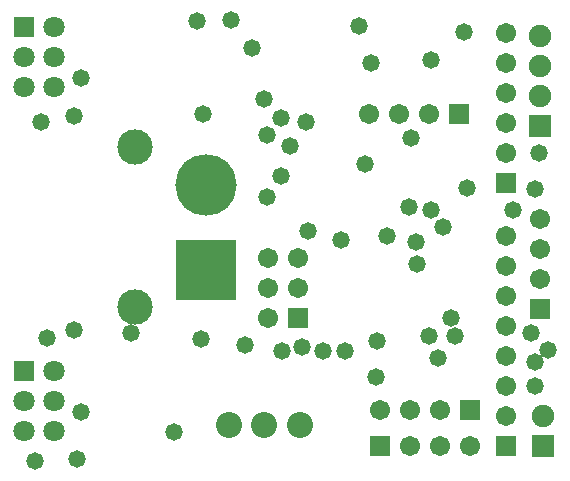
<source format=gbs>
G04*
G04 #@! TF.GenerationSoftware,Altium Limited,Altium Designer,19.0.12 (326)*
G04*
G04 Layer_Color=16711935*
%FSLAX25Y25*%
%MOIN*%
G70*
G01*
G75*
%ADD44C,0.06706*%
%ADD45R,0.06706X0.06706*%
%ADD46C,0.07493*%
%ADD47R,0.07493X0.07493*%
%ADD48C,0.05800*%
%ADD49R,0.06706X0.06706*%
%ADD50R,0.20485X0.20485*%
%ADD51C,0.20485*%
%ADD52C,0.11824*%
%ADD53C,0.07099*%
%ADD54R,0.07099X0.07099*%
%ADD55C,0.08674*%
D44*
X178000Y85221D02*
D03*
Y75221D02*
D03*
Y65221D02*
D03*
X166500Y107000D02*
D03*
Y117000D02*
D03*
Y127000D02*
D03*
Y137000D02*
D03*
Y147000D02*
D03*
Y19568D02*
D03*
Y29568D02*
D03*
Y39568D02*
D03*
Y49569D02*
D03*
Y59569D02*
D03*
Y69569D02*
D03*
Y79568D02*
D03*
X121000Y120000D02*
D03*
X131000D02*
D03*
X141000D02*
D03*
X154500Y9500D02*
D03*
X144500D02*
D03*
X134500D02*
D03*
X87324Y72000D02*
D03*
X97324D02*
D03*
X87324Y62000D02*
D03*
X97324D02*
D03*
X87324Y52000D02*
D03*
X144500Y21500D02*
D03*
X134500D02*
D03*
X124500D02*
D03*
D45*
X178000Y55221D02*
D03*
X166500Y97000D02*
D03*
Y9568D02*
D03*
X97324Y52000D02*
D03*
D46*
X179000Y19568D02*
D03*
X178000Y126000D02*
D03*
Y136000D02*
D03*
Y146000D02*
D03*
D47*
X179000Y9568D02*
D03*
X178000Y116000D02*
D03*
D48*
X91500Y99500D02*
D03*
Y118713D02*
D03*
X9500Y4500D02*
D03*
X23500Y5000D02*
D03*
X119720Y103500D02*
D03*
X176330Y95000D02*
D03*
X175000Y47000D02*
D03*
X123513Y44507D02*
D03*
X144000Y38763D02*
D03*
X92000Y41000D02*
D03*
X56000Y14247D02*
D03*
X41500Y47000D02*
D03*
X65000Y45000D02*
D03*
X13500Y45500D02*
D03*
X25000Y20920D02*
D03*
X22500Y48000D02*
D03*
X180500Y41500D02*
D03*
X141500Y138000D02*
D03*
X152745Y147598D02*
D03*
X117500Y149500D02*
D03*
X121500Y137000D02*
D03*
X100000Y117500D02*
D03*
X94500Y109500D02*
D03*
X87000Y92500D02*
D03*
Y113000D02*
D03*
X86000Y125000D02*
D03*
X82000Y142051D02*
D03*
X75000Y151500D02*
D03*
X63500Y151000D02*
D03*
X25000Y132000D02*
D03*
X11500Y117500D02*
D03*
X148098Y52000D02*
D03*
X135000Y112000D02*
D03*
X127000Y79568D02*
D03*
X169000Y88000D02*
D03*
X153650Y95500D02*
D03*
X176330Y37500D02*
D03*
X100500Y81000D02*
D03*
X134242Y89000D02*
D03*
X145500Y82500D02*
D03*
X141500Y88000D02*
D03*
X136984Y70150D02*
D03*
X79500Y43000D02*
D03*
X65500Y119956D02*
D03*
X136500Y77500D02*
D03*
X98500Y42500D02*
D03*
X105425Y41000D02*
D03*
X111500Y78000D02*
D03*
X112799Y41000D02*
D03*
X141000Y46000D02*
D03*
X149500D02*
D03*
X176217Y29500D02*
D03*
X177500Y107000D02*
D03*
X123320Y32500D02*
D03*
X22500Y119500D02*
D03*
D49*
X151000Y120000D02*
D03*
X124500Y9500D02*
D03*
X154500Y21500D02*
D03*
D50*
X66622Y68252D02*
D03*
D51*
Y96598D02*
D03*
D52*
X43000Y109000D02*
D03*
Y55850D02*
D03*
D53*
X16000Y14500D02*
D03*
X6000D02*
D03*
X16000Y24500D02*
D03*
X6000D02*
D03*
X16000Y34500D02*
D03*
Y129000D02*
D03*
X6000D02*
D03*
X16000Y139000D02*
D03*
X6000D02*
D03*
X16000Y149000D02*
D03*
D54*
X6000Y34500D02*
D03*
Y149000D02*
D03*
D55*
X74189Y16500D02*
D03*
X97811D02*
D03*
X86000D02*
D03*
M02*

</source>
